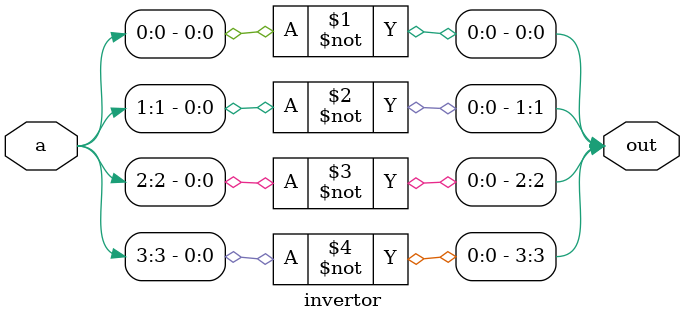
<source format=v>
module testbench;
 reg [3:0] A,B;
 reg [2:0] C;
 wire [3:0] F;

ALU al1(A,B,C,F);

initial 
    begin 
	A=4'b0110;
    B=4'b0010;
	C = 3'b000;

 #1 $display("A = %b -->  A's 2S Complement =%b \n",A,F);
 C=3'b001;
 #1 $display("B = %b -->  B's 2S Complement =%b \n",B,F);
 C=3'b010;
 #1 $display("A = %d , B =%d -->  A+B =%d \n",A,B,F);
C=3'b011;
  #1 $display("A = %d , B =%d -->  A-B =%d \n",A,B,F);
	C=3'b100;
	 #1 $display("A = %b , B =%b -->  A & B =%b \n",A,B,F);
	C=3'b101;
	 #1 $display("A = %b , B =%b -->  A | B =%b \n",A,B,F);
	 C=3'b110;
	 #1 $display("A = %d , B =%d -->  A * B =%d \n",A,B,F);
	
end
endmodule


module ALU(A,B,C,F);

input [3:0] A,B;
input [2:0] C;
output [3:0] F;
wire C1OUT;
 
 //0 2s complement of A
  //1 2s complement of B
  //2 A+B 
  //3 A-B
//4 A & B
  //5 A | B
  //6 A*B
 //7
wire [3:0] a2s;
wire [3:0] b2s;
wire[3:0] aPb;
wire[3:0] aMb;
wire[3:0] aAb;
wire[3:0] aOb;
wire[3:0] temp;
wire [7:0] amultb;
wire C2OUT;
wire C3OUT;
wire B1OUT;
wire C4OUT ;
wire [3:0] notA;
wire [3:0]notB;


invertor invA(A,notA);
invertor invB(B,notB);


// 2S Complement A ;
ripplecadder rca1(notA,1'b1,1'b0,a2s,C1OUT);

// 2s Complement B;
ripplecadder rca2(notB,1'b1,1'b0,b2s,C2OUT);


// A+B 
ripplecadder rca3(A,B,1'b0,aPb,C3OUT);

// A-B  not working
//ripplecsub rca4(A,B,1'b0,aMb,B1OUT);

// A-B
 ripplecadder rca4(~B,1'b1,1'b0,temp,C4OUT);
 ripplecadder rca5(A,temp,1'b0,aMb,B1OUT);


// A and B;
//assign aAb = A & B;
bitwiseand bitwAND(A,B,aAb);

// A or B
//assign aOb= A|B;
bitwiseor bitwsOR(A,B,aOb);

// A*B

multiplier m(A,B,amultb);



mux8to1 mux0(a2s[0],b2s[0],aPb[0],aMb[0],aAb[0],aOb[0],amultb[0],1'b1,C,F[0]);
mux8to1 mux1(a2s[1],b2s[1],aPb[1],aMb[1],aAb[1],aOb[1],amultb[1],1'b1,C,F[1]);
mux8to1 mux2(a2s[2],b2s[2],aPb[2],aMb[2],aAb[2],aOb[2],amultb[2],1'b1,C,F[2]);
mux8to1 mux3(a2s[3],b2s[3],aPb[3],aMb[3],aAb[3],aOb[3],amultb[3],1'b1,C,F[3]);













endmodule










module halfadder(a,b,s,cout);


input a,b;
output  s,cout;

xor(s,a,b);
and(cout,a,b);


endmodule



module fulladder(a,b,cin,s,cout) ;

input  a,b ;
input cin;
output   s;
output cout;
wire c1,c2,s1;

halfadder ha1(a,b,s1,c1);
halfadder ha2(s1,cin,s,c2);
or(cout,c1,c2);


endmodule


module mux8to1(i0,i1,i2,i3,i4,i5,i6,i7,a,out);

input [2:0] a;

input i0,i1,i2,i3,i4,i5,i6,i7; 
output out;

wire w0,w1,w2,w3,w4,w5,w6,w7;

wire c0 ,c0n,c1,c1n,c2,c2n;

 assign c0=a[0];
 assign c1=a[1];
 assign c2=a[2];
not(c0n,c0);
not(c1n,c1);
not(c2n,c2);

and(w0,i0,c0n,c1n,c2n);
and(w1,i1,c0,c1n,c2n);
and(w2,i2,c0n,c1,c2n);
and(w3,i3,c0,c1,c2n);
and(w4,i4,c0n,c1n,c2);
and(w5,i5,c0,c1n,c2);
and(w6,i6,c0n,c1,c2);
and(w7,i7,c0,c1,c2);

or(out,w0,w1,w2,w3,w4,w5,w6,w7);

endmodule




module ripplecadder(a,b,cin,s,cout);

input [3:0] a,b;
input cin;
output  [3:0] s;
output  cout;
wire c1;
wire c2;
wire c3;


fulladder fa0(a[0],b[0],cin,s[0],c1);
fulladder fa1(a[1],b[1],c1,s[1],c2);
fulladder fa2(a[2],b[2],c2,s[2],c3);
fulladder fa3(a[3],b[3],c3,s[3],cout);




endmodule

module and4input(a,b,out);
input a;
input [3:0] b;
output [3:0] out;

and(out[0],a,b[0]);
and(out[1],a,b[1]);
and(out[2],a,b[2]);
and(out[3],a,b[3]);

endmodule


module and3input(a,b,out);
input a;
input [3:0] b;
output [2:0] out;

and(out[0],a,b[1]);
and(out[1],a,b[2]);
and(out[2],a,b[3]);


endmodule


module multiplier(a,b,out);

input [3:0] a,b;
output [7:0] out;



and(out[0],a[0],b[0]);
wire [3:0] a1,a2,a3,rcaout1,rcaout2;
wire [3:0] a0;
assign a0[3]=0;
wire fa11cout,fa12cout,fa13cout,s10,s11,s12,rca1out,fa21cout,fa22cout,fa23cout,s20,s21,s22,rca2out;
wire fa31cout;
and3input p(a[0],b,a0[2:0]);
and4input q(a[1],b,a1);
and4input r(a[2],b,a2);
and4input s(a[3],b,a3);        
                                           
 fulladder fa10(a0[0],a1[0],1'b0,out[1],fa11cout);
 fulladder fa11(a0[1],a1[1],fa11cout,s10,fa12cout);
 fulladder fa12(a0[2],a1[2],fa12cout,s11,fa13cout);
 fulladder fa13(a0[3],a1[3],fa13cout,s12,rca1out);
 
 
 fulladder fa20(a2[0],s10,1'b0,out[2],fa21cout);
 fulladder fa21(a2[1],s11,fa21cout,s20,fa22cout);
 fulladder fa22(a2[2],s12,fa22cout,s21,fa23cout);
 fulladder fa23(a2[3],rca21cout,fa23cout,s22,rca2out);

 fulladder fa30(a3[0],s20,1'b0,out[3],fa31cout);


endmodule



module bitwiseand(a,b,out);

input [3:0] a,b;
output[3:0] out;

and(out[0],a[0],b[0]);
and(out[1],a[1],b[1]);
and(out[2],a[2],b[2]);
and(out[3],a[3],b[3]);

endmodule


module bitwiseor(a,b,out);

input [3:0] a,b;
output[3:0] out;

or(out[0],a[0],b[0]);
or(out[1],a[1],b[1]);
or(out[2],a[2],b[2]);
or(out[3],a[3],b[3]);

endmodule


module invertor(a,out);

input [3:0] a;
output[3:0] out;

not(out[0],a[0]);
not(out[1],a[1]);
not(out[2],a[2]);
not(out[3],a[3]);


endmodule 


</source>
